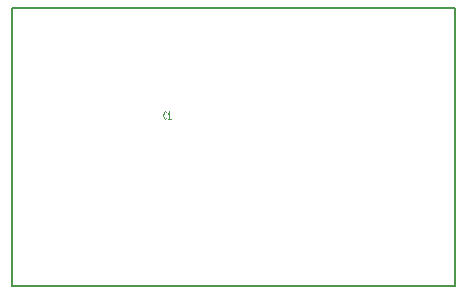
<source format=gm1>
%TF.GenerationSoftware,KiCad,Pcbnew,9.0.3*%
%TF.CreationDate,2025-08-08T09:14:45+05:30*%
%TF.ProjectId,US-UART(Converter),55532d55-4152-4542-9843-6f6e76657274,rev?*%
%TF.SameCoordinates,Original*%
%TF.FileFunction,Profile,NP*%
%FSLAX46Y46*%
G04 Gerber Fmt 4.6, Leading zero omitted, Abs format (unit mm)*
G04 Created by KiCad (PCBNEW 9.0.3) date 2025-08-08 09:14:45*
%MOMM*%
%LPD*%
G01*
G04 APERTURE LIST*
%TA.AperFunction,Profile*%
%ADD10C,0.200000*%
%TD*%
%ADD11C,0.100000*%
G04 APERTURE END LIST*
D10*
X94500000Y-63000000D02*
X132000000Y-63000000D01*
X132000000Y-86500000D01*
X94500000Y-86500000D01*
X94500000Y-63000000D01*
D11*
X107529598Y-72284228D02*
X107510550Y-72312800D01*
X107510550Y-72312800D02*
X107453408Y-72341371D01*
X107453408Y-72341371D02*
X107415312Y-72341371D01*
X107415312Y-72341371D02*
X107358169Y-72312800D01*
X107358169Y-72312800D02*
X107320074Y-72255657D01*
X107320074Y-72255657D02*
X107301027Y-72198514D01*
X107301027Y-72198514D02*
X107281979Y-72084228D01*
X107281979Y-72084228D02*
X107281979Y-71998514D01*
X107281979Y-71998514D02*
X107301027Y-71884228D01*
X107301027Y-71884228D02*
X107320074Y-71827085D01*
X107320074Y-71827085D02*
X107358169Y-71769942D01*
X107358169Y-71769942D02*
X107415312Y-71741371D01*
X107415312Y-71741371D02*
X107453408Y-71741371D01*
X107453408Y-71741371D02*
X107510550Y-71769942D01*
X107510550Y-71769942D02*
X107529598Y-71798514D01*
X107910550Y-72341371D02*
X107681979Y-72341371D01*
X107796265Y-72341371D02*
X107796265Y-71741371D01*
X107796265Y-71741371D02*
X107758169Y-71827085D01*
X107758169Y-71827085D02*
X107720074Y-71884228D01*
X107720074Y-71884228D02*
X107681979Y-71912800D01*
M02*

</source>
